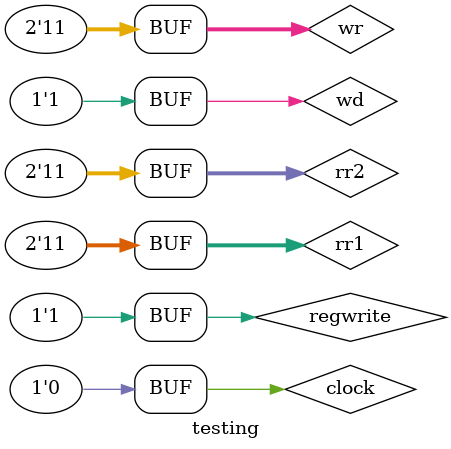
<source format=v>



module reg_file (rr1,rr2,wr,wd,regwrite,rd1,rd2,clock);

   input [1:0] rr1,rr2,wr;
   input wd;
   input regwrite,clock;
   output rd1,rd2;

// registers

   D_flip_flop r1 (wd,c1,q1);
   D_flip_flop r2 (wd,c2,q2);
   D_flip_flop r3 (wd,c3,q3);

// output port

   mux4x1 mux1 (0,q1,q2,q3,rr1,rd1),
          mux2 (0,q1,q2,q3,rr2,rd2);

// input port

   decoder dec(wr[1],wr[0],w3,w2,w1,w0);

   and a (regwrite_and_clock,regwrite,clock);

   and a1 (c1,regwrite_and_clock,w1),
       a2 (c2,regwrite_and_clock,w2),
       a3 (c3,regwrite_and_clock,w3);

endmodule


// Components

module D_flip_flop(D,CLK,Q);
   input D,CLK;
   output Q; 
   wire CLK1, Y;
   not  not1 (CLK1,CLK);
   D_latch D1(D,CLK, Y),
           D2(Y,CLK1,Q);
endmodule 

module D_latch(D,C,Q);
   input D,C; 
   output Q;
   wire x,y,D1,Q1; 
   nand nand1 (x,D, C), 
        nand2 (y,D1,C), 
        nand3 (Q,x,Q1),
        nand4 (Q1,y,Q); 
   not  not1  (D1,D);
endmodule 

//REDESIGN USING GATE LEVEL TO 16 BIT
module mux4x1(i0,i1,i2,i3,select,y); 
   input i0,i1,i2,i3; 
   input [1:0] select; 
   output y; 
   //reg y; 
   
   wire a,b,c,d;
   
   and 		a0(a,i0,!s1,!s0),
			a1(b,i1, s1,!s0),
			a2(c,i2, s1,!s0),
			a3(d,i3, s1, s0);
			
	or		o0(y,a,b,c,d);
   
endmodule 

module decoder (S1,S0,D3,D2,D1,D0); 
   input S0,S1; 
   output D0,D1,D2,D3; 
 
   not n1 (notS0,S0),
       n2 (notS1,S1);

   and a0 (D0,notS1,notS0), 
       a1 (D1,notS1,   S0), 
       a2 (D2,   S1,notS0), 
       a3 (D3,   S1,   S0); 
endmodule 


module testing ();

 reg [1:0] rr1,rr2,wr;
 reg wd;
 reg regwrite, clock;
 wire rd1,rd2;

 reg_file regs (rr1,rr2,wr,wd,regwrite,rd1,rd2,clock);

 initial 
   begin  

     #10 regwrite=1; //enable writing

     #10 wd=0;       // set write data

     #10      rr1=0;rr2=0;clock=0;
     #10 wr=1;rr1=1;rr2=1;clock=1;
     #10                  clock=0;
     #10 wr=2;rr1=2;rr2=2;clock=1;
     #10                  clock=0;
     #10 wr=3;rr1=3;rr2=3;clock=1;
     #10                  clock=0;

     #10 regwrite=0; //disable writing

     #10 wd=1;       // set write data

     #10 wr=1;rr1=1;rr2=1;clock=1;
     #10                  clock=0;
     #10 wr=2;rr1=2;rr2=2;clock=1;
     #10                  clock=0;
     #10 wr=3;rr1=3;rr2=3;clock=1;
     #10                  clock=0;

     #10 regwrite=1; //enable writing

     #10 wd=1;       // set write data

     #10 wr=1;rr1=1;rr2=1;clock=1;
     #10                  clock=0;
     #10 wr=2;rr1=2;rr2=2;clock=1;
     #10                  clock=0;
     #10 wr=3;rr1=3;rr2=3;clock=1;
     #10                  clock=0;

   end 

 initial
   $monitor ("regwrite=%d clock=%d rr1=%d rr2=%d wr=%d wd=%d rd1=%d rd2=%d",regwrite,clock,rr1,rr2,wr,wd,rd1,rd2);
 
endmodule 


/* Test results

C:\Verilog>iverilog -o t regfile.vl

C:\Verilog>vvp t
regwrite=x clock=x rr1=x rr2=x wr=x wd=x rd1=x rd2=x
regwrite=1 clock=x rr1=x rr2=x wr=x wd=x rd1=x rd2=x
regwrite=1 clock=x rr1=x rr2=x wr=x wd=0 rd1=x rd2=x
regwrite=1 clock=0 rr1=0 rr2=0 wr=x wd=0 rd1=0 rd2=0
regwrite=1 clock=1 rr1=1 rr2=1 wr=1 wd=0 rd1=x rd2=x
regwrite=1 clock=0 rr1=1 rr2=1 wr=1 wd=0 rd1=0 rd2=0
regwrite=1 clock=1 rr1=2 rr2=2 wr=2 wd=0 rd1=x rd2=x
regwrite=1 clock=0 rr1=2 rr2=2 wr=2 wd=0 rd1=0 rd2=0
regwrite=1 clock=1 rr1=3 rr2=3 wr=3 wd=0 rd1=x rd2=x
regwrite=1 clock=0 rr1=3 rr2=3 wr=3 wd=0 rd1=0 rd2=0
regwrite=0 clock=0 rr1=3 rr2=3 wr=3 wd=0 rd1=0 rd2=0
regwrite=0 clock=0 rr1=3 rr2=3 wr=3 wd=1 rd1=0 rd2=0
regwrite=0 clock=1 rr1=1 rr2=1 wr=1 wd=1 rd1=0 rd2=0
regwrite=0 clock=0 rr1=1 rr2=1 wr=1 wd=1 rd1=0 rd2=0
regwrite=0 clock=1 rr1=2 rr2=2 wr=2 wd=1 rd1=0 rd2=0
regwrite=0 clock=0 rr1=2 rr2=2 wr=2 wd=1 rd1=0 rd2=0
regwrite=0 clock=1 rr1=3 rr2=3 wr=3 wd=1 rd1=0 rd2=0
regwrite=0 clock=0 rr1=3 rr2=3 wr=3 wd=1 rd1=0 rd2=0
regwrite=1 clock=0 rr1=3 rr2=3 wr=3 wd=1 rd1=0 rd2=0
regwrite=1 clock=1 rr1=1 rr2=1 wr=1 wd=1 rd1=0 rd2=0
regwrite=1 clock=0 rr1=1 rr2=1 wr=1 wd=1 rd1=1 rd2=1
regwrite=1 clock=1 rr1=2 rr2=2 wr=2 wd=1 rd1=0 rd2=0
regwrite=1 clock=0 rr1=2 rr2=2 wr=2 wd=1 rd1=1 rd2=1
regwrite=1 clock=1 rr1=3 rr2=3 wr=3 wd=1 rd1=0 rd2=0
regwrite=1 clock=0 rr1=3 rr2=3 wr=3 wd=1 rd1=1 rd2=1

*/
</source>
